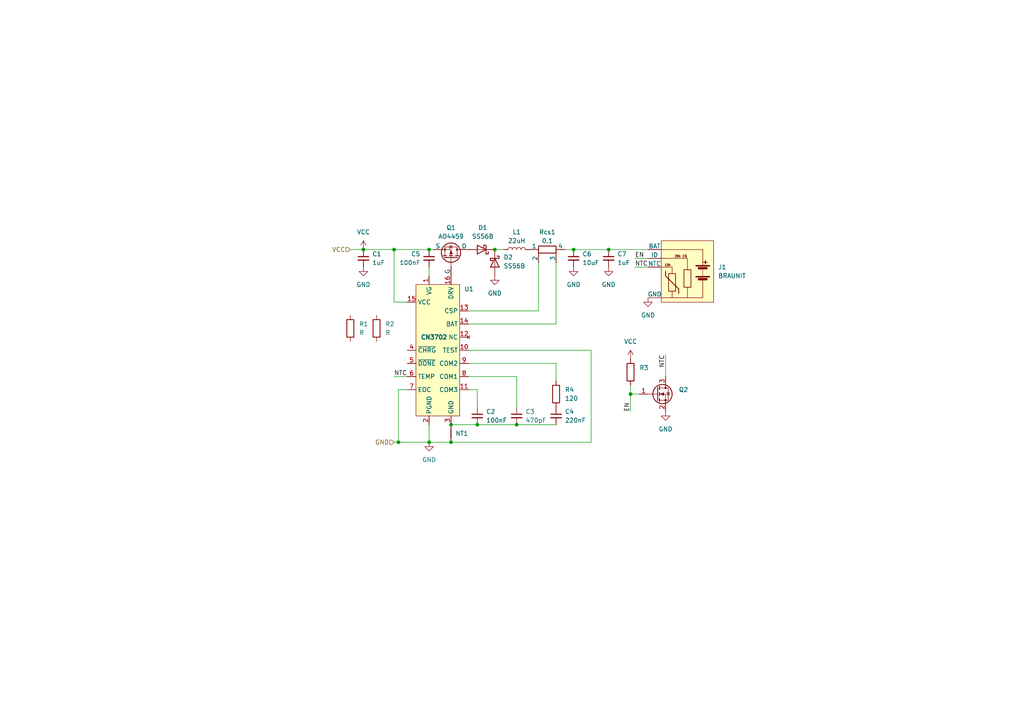
<source format=kicad_sch>
(kicad_sch (version 20211123) (generator eeschema)
  (paper "A4")
  (lib_symbols
    (symbol "BRAUNIT Charger:AO4459" (pin_numbers hide) (pin_names (offset 0))
      (property "Reference" "Q" (at 5.08 1.905 0))
      (property "Value" "AO4459" (at 5.08 0 0))
      (symbol "AO4459_0_1"
        (polyline (pts (xy 0.254 0) (xy -2.54 0)))
        (polyline (pts (xy 0.254 1.905) (xy 0.254 -1.905)) (stroke (width 0.254)))
        (polyline (pts (xy 0.762 -1.27) (xy 0.762 -2.286)) (stroke (width 0.254)))
        (polyline (pts (xy 0.762 0.508) (xy 0.762 -0.508)) (stroke (width 0.254)))
        (polyline (pts (xy 0.762 2.286) (xy 0.762 1.27)) (stroke (width 0.254)))
        (polyline (pts (xy 2.54 2.54) (xy 2.54 1.778)))
        (polyline (pts (xy 2.54 -2.54) (xy 2.54 0) (xy 0.762 0)))
        (polyline (pts (xy 0.762 1.778) (xy 3.302 1.778) (xy 3.302 -1.778) (xy 0.762 -1.778)))
        (polyline (pts (xy 2.286 0) (xy 1.27 0.381) (xy 1.27 -0.381) (xy 2.286 0)) (fill (type outline)))
        (polyline (pts (xy 2.794 -0.508) (xy 2.921 -0.381) (xy 3.683 -0.381) (xy 3.81 -0.254)))
        (polyline (pts (xy 3.302 -0.381) (xy 2.921 0.254) (xy 3.683 0.254) (xy 3.302 -0.381)))
        (circle (center 1.651 0) (radius 2.794) (stroke (width 0.254)))
        (circle (center 2.54 -1.778) (radius 0.254) (fill (type outline)))
        (circle (center 2.54 1.778) (radius 0.254) (fill (type outline)))
      )
      (symbol "AO4459_1_1"
        (pin passive line (at 2.54 -5.08 90) (length 2.54) (name "S") (number "1"))
        (pin passive line (at 2.54 -5.08 90) (length 2.54) hide (name "S") (number "2"))
        (pin passive line (at 2.54 -5.08 90) (length 2.54) hide (name "S") (number "3"))
        (pin input line (at -5.08 0 0) (length 2.54) (name "G") (number "4"))
        (pin passive line (at 2.54 5.08 270) (length 2.54) (name "D") (number "5"))
        (pin passive line (at 2.54 5.08 270) (length 2.54) hide (name "D") (number "6"))
        (pin passive line (at 2.54 5.08 270) (length 2.54) hide (name "D") (number "7"))
        (pin passive line (at 2.54 5.08 270) (length 2.54) hide (name "D") (number "8"))
      )
    )
    (symbol "BRAUNIT Charger:BRAUNIT" (pin_numbers hide) (pin_names (offset 0))
      (property "Reference" "J" (at 0 10.16 0))
      (property "Value" "BRAUNIT" (at 0 -10.16 0))
      (symbol "BRAUNIT_0_0"
        (text "10k" (at -5.715 1.905 0) (effects (font (size 0.635 0.635))))
        (text "20k 1%" (at -1.905 4.445 0) (effects (font (size 0.635 0.635))))
      )
      (symbol "BRAUNIT_0_1"
        (rectangle (start -7.62 8.89) (end 7.62 -8.89) (fill (type background)))
        (rectangle (start -5.461 -0.635) (end -3.429 -5.715) (stroke (width 0.2032)))
        (rectangle (start -1.016 0.508) (end 1.016 -4.572) (stroke (width 0.2032)))
        (polyline (pts (xy 4.445 -1.524) (xy 4.445 -1.27)))
        (polyline (pts (xy 4.445 -1.016) (xy 4.445 -0.762)))
        (polyline (pts (xy 4.445 -0.508) (xy 4.445 -0.254)))
        (polyline (pts (xy 4.445 0) (xy 4.445 0.254)))
        (polyline (pts (xy 4.445 0.508) (xy 4.445 0.762)))
        (polyline (pts (xy 4.445 1.778) (xy 4.445 2.54)))
        (polyline (pts (xy 4.699 2.667) (xy 5.715 2.667)) (stroke (width 0.254)))
        (polyline (pts (xy 5.207 3.175) (xy 5.207 2.159)) (stroke (width 0.254)))
        (polyline (pts (xy -7.62 -7.62) (xy -4.445 -7.62) (xy -4.445 -5.715)))
        (polyline (pts (xy -7.62 1.27) (xy -4.445 1.27) (xy -4.445 -0.635)))
        (polyline (pts (xy -7.62 3.81) (xy 0 3.81) (xy 0 0.635)))
        (polyline (pts (xy -7.62 6.35) (xy 4.445 6.35) (xy 4.445 2.54)))
        (polyline (pts (xy -4.445 -7.62) (xy 0 -7.62) (xy 0 -4.572)))
        (polyline (pts (xy 0 -7.62) (xy 4.445 -7.62) (xy 4.445 -2.54)))
        (polyline (pts (xy -6.35 0) (xy -6.35 -1.27) (xy -2.54 -5.08) (xy -2.54 -6.35) (xy -2.54 -6.35)) (stroke (width 0.254)))
        (rectangle (start 2.413 -1.397) (end 6.477 -1.651) (fill (type outline)))
        (rectangle (start 2.413 1.778) (end 6.477 1.524) (fill (type outline)))
        (rectangle (start 3.1242 -1.9812) (end 5.715 -2.4892) (fill (type outline)))
        (rectangle (start 3.1242 1.1938) (end 5.715 0.6858) (fill (type outline)))
      )
      (symbol "BRAUNIT_1_1"
        (pin passive line (at -11.43 6.35 0) (length 3.81) (name "BAT") (number "1"))
        (pin passive line (at -11.43 3.81 0) (length 3.81) (name "ID") (number "2"))
        (pin passive line (at -11.43 1.27 0) (length 3.81) (name "NTC") (number "3"))
        (pin passive line (at -11.43 -7.62 0) (length 3.81) (name "GND") (number "4"))
      )
    )
    (symbol "BRAUNIT Charger:CN3702"
      (property "Reference" "U" (at 6.35 20.32 0))
      (property "Value" "CN3702" (at -1.27 3.81 0))
      (symbol "CN3702_0_1"
        (rectangle (start -6.35 19.05) (end 6.35 -19.05) (fill (type background)))
      )
      (symbol "CN3702_1_1"
        (pin power_in line (at -2.54 21.59 270) (length 2.54) (name "VG") (number "1"))
        (pin power_in line (at 8.89 0 180) (length 2.54) (name "TEST") (number "10"))
        (pin passive line (at 8.89 -11.43 180) (length 2.54) (name "COM3") (number "11"))
        (pin no_connect line (at 8.89 3.81 180) (length 2.54) (name "NC") (number "12"))
        (pin input line (at 8.89 11.43 180) (length 2.54) (name "CSP") (number "13"))
        (pin input line (at 8.89 7.62 180) (length 2.54) (name "BAT") (number "14"))
        (pin power_in line (at -8.89 13.97 0) (length 2.54) (name "VCC") (number "15"))
        (pin output line (at 3.81 21.59 270) (length 2.54) (name "DRV") (number "16"))
        (pin power_in line (at -2.54 -21.59 90) (length 2.54) (name "PGND") (number "2"))
        (pin power_in line (at 3.81 -21.59 90) (length 2.54) (name "GND") (number "3"))
        (pin open_collector line (at -8.89 0 0) (length 2.54) (name "~{CHRG}") (number "4"))
        (pin open_collector line (at -8.89 -3.81 0) (length 2.54) (name "~{DONE}") (number "5"))
        (pin input line (at -8.89 -7.62 0) (length 2.54) (name "TEMP") (number "6"))
        (pin passive line (at -8.89 -11.43 0) (length 2.54) (name "EOC") (number "7"))
        (pin passive line (at 8.89 -7.62 180) (length 2.54) (name "COM1") (number "8"))
        (pin passive line (at 8.89 -3.81 180) (length 2.54) (name "COM2") (number "9"))
      )
    )
    (symbol "BRAUNIT Charger:SS56B" (pin_numbers hide) (pin_names hide)
      (property "Reference" "D" (at 0 2.54 0))
      (property "Value" "SS56B" (at 0 -2.54 0))
      (symbol "SS56B_0_1"
        (polyline (pts (xy 1.27 0) (xy -1.27 0)))
        (polyline (pts (xy 1.27 1.27) (xy 1.27 -1.27) (xy -1.27 0) (xy 1.27 1.27)) (stroke (width 0.254)))
        (polyline (pts (xy -1.905 0.635) (xy -1.905 1.27) (xy -1.27 1.27) (xy -1.27 -1.27) (xy -0.635 -1.27) (xy -0.635 -0.635)) (stroke (width 0.254)))
      )
      (symbol "SS56B_1_1"
        (pin passive line (at -3.81 0 0) (length 2.54) (name "K") (number "1"))
        (pin passive line (at 3.81 0 180) (length 2.54) (name "A") (number "2"))
      )
    )
    (symbol "Device:C_Small" (pin_numbers hide) (pin_names (offset 0.254) hide)
      (property "Reference" "C" (at 0.254 1.778 0))
      (property "Value" "C_Small" (at 0.254 -2.032 0))
      (symbol "C_Small_0_1"
        (polyline (pts (xy -1.524 -0.508) (xy 1.524 -0.508)) (stroke (width 0.3302)))
        (polyline (pts (xy -1.524 0.508) (xy 1.524 0.508)) (stroke (width 0.3048)))
      )
      (symbol "C_Small_1_1"
        (pin passive line (at 0 2.54 270) (length 2.032) (name "~") (number "1"))
        (pin passive line (at 0 -2.54 90) (length 2.032) (name "~") (number "2"))
      )
    )
    (symbol "Device:L" (pin_numbers hide) (pin_names (offset 1.016) hide)
      (property "Reference" "L" (at -1.27 0 90))
      (property "Value" "L" (at 1.905 0 90))
      (symbol "L_0_1"
        (arc (start 0 -2.54) (mid 0.635 -1.905) (end 0 -1.27))
        (arc (start 0 -1.27) (mid 0.635 -0.635) (end 0 0))
        (arc (start 0 0) (mid 0.635 0.635) (end 0 1.27))
        (arc (start 0 1.27) (mid 0.635 1.905) (end 0 2.54))
      )
      (symbol "L_1_1"
        (pin passive line (at 0 3.81 270) (length 1.27) (name "1") (number "1"))
        (pin passive line (at 0 -3.81 90) (length 1.27) (name "2") (number "2"))
      )
    )
    (symbol "Device:NetTie_2" (pin_numbers hide) (pin_names (offset 0) hide)
      (property "Reference" "NT" (at 0 1.27 0))
      (property "Value" "NetTie_2" (at 0 -1.27 0))
      (symbol "NetTie_2_0_1"
        (polyline (pts (xy -1.27 0) (xy 1.27 0)) (stroke (width 0.254)))
      )
      (symbol "NetTie_2_1_1"
        (pin passive line (at -2.54 0 0) (length 2.54) (name "1") (number "1"))
        (pin passive line (at 2.54 0 180) (length 2.54) (name "2") (number "2"))
      )
    )
    (symbol "Device:R" (pin_numbers hide) (pin_names (offset 0))
      (property "Reference" "R" (at 2.032 0 90))
      (property "Value" "R" (at 0 0 90))
      (symbol "R_0_1"
        (rectangle (start -1.016 -2.54) (end 1.016 2.54) (stroke (width 0.254)))
      )
      (symbol "R_1_1"
        (pin passive line (at 0 3.81 270) (length 1.27) (name "~") (number "1"))
        (pin passive line (at 0 -3.81 90) (length 1.27) (name "~") (number "2"))
      )
    )
    (symbol "Device:R_Shunt" (pin_numbers hide) (pin_names (offset 0))
      (property "Reference" "R" (at -4.445 0 90))
      (property "Value" "R_Shunt" (at -2.54 0 90))
      (symbol "R_Shunt_0_1"
        (rectangle (start -1.016 -2.54) (end 1.016 2.54) (stroke (width 0.254)))
        (polyline (pts (xy 0 -2.54) (xy 1.27 -2.54)))
        (polyline (pts (xy 1.27 2.54) (xy 0 2.54)))
      )
      (symbol "R_Shunt_1_1"
        (pin passive line (at 0 5.08 270) (length 2.54) (name "1") (number "1"))
        (pin passive line (at 3.81 2.54 180) (length 2.54) (name "2") (number "2"))
        (pin passive line (at 3.81 -2.54 180) (length 2.54) (name "3") (number "3"))
        (pin passive line (at 0 -5.08 90) (length 2.54) (name "4") (number "4"))
      )
    )
    (symbol "Transistor_FET:2N7002" (pin_names hide)
      (property "Reference" "Q" (at 5.08 1.905 0))
      (property "Value" "2N7002" (at 5.08 0 0))
      (symbol "2N7002_0_1"
        (polyline (pts (xy 0.254 0) (xy -2.54 0)))
        (polyline (pts (xy 0.254 1.905) (xy 0.254 -1.905)) (stroke (width 0.254)))
        (polyline (pts (xy 0.762 -1.27) (xy 0.762 -2.286)) (stroke (width 0.254)))
        (polyline (pts (xy 0.762 0.508) (xy 0.762 -0.508)) (stroke (width 0.254)))
        (polyline (pts (xy 0.762 2.286) (xy 0.762 1.27)) (stroke (width 0.254)))
        (polyline (pts (xy 2.54 2.54) (xy 2.54 1.778)))
        (polyline (pts (xy 2.54 -2.54) (xy 2.54 0) (xy 0.762 0)))
        (polyline (pts (xy 0.762 -1.778) (xy 3.302 -1.778) (xy 3.302 1.778) (xy 0.762 1.778)))
        (polyline (pts (xy 1.016 0) (xy 2.032 0.381) (xy 2.032 -0.381) (xy 1.016 0)) (fill (type outline)))
        (polyline (pts (xy 2.794 0.508) (xy 2.921 0.381) (xy 3.683 0.381) (xy 3.81 0.254)))
        (polyline (pts (xy 3.302 0.381) (xy 2.921 -0.254) (xy 3.683 -0.254) (xy 3.302 0.381)))
        (circle (center 1.651 0) (radius 2.794) (stroke (width 0.254)))
        (circle (center 2.54 -1.778) (radius 0.254) (fill (type outline)))
        (circle (center 2.54 1.778) (radius 0.254) (fill (type outline)))
      )
      (symbol "2N7002_1_1"
        (pin input line (at -5.08 0 0) (length 2.54) (name "G") (number "1"))
        (pin passive line (at 2.54 -5.08 90) (length 2.54) (name "S") (number "2"))
        (pin passive line (at 2.54 5.08 270) (length 2.54) (name "D") (number "3"))
      )
    )
    (symbol "power:GND" (power) (pin_names (offset 0))
      (property "Value" "GND" (at 0 -3.81 0))
      (symbol "GND_0_1"
        (polyline (pts (xy 0 0) (xy 0 -1.27) (xy 1.27 -1.27) (xy 0 -2.54) (xy -1.27 -1.27) (xy 0 -1.27)))
      )
      (symbol "GND_1_1"
        (pin power_in line (at 0 0 270) (length 0) hide (name "GND") (number "1"))
      )
    )
    (symbol "power:VCC" (power) (pin_names (offset 0))
      (property "Value" "VCC" (at 0 3.81 0))
      (symbol "VCC_0_1"
        (polyline (pts (xy -0.762 1.27) (xy 0 2.54)))
        (polyline (pts (xy 0 0) (xy 0 2.54)))
        (polyline (pts (xy 0 2.54) (xy 0.762 1.27)))
      )
      (symbol "VCC_1_1"
        (pin power_in line (at 0 0 90) (length 0) hide (name "VCC") (number "1"))
      )
    )
  )
  (junction (at 124.46 72.39))
  (junction (at 138.43 123.19))
  (junction (at 130.81 128.27))
  (junction (at 124.46 128.27))
  (junction (at 176.53 72.39))
  (junction (at 114.3 72.39))
  (junction (at 105.41 72.39))
  (junction (at 115.57 128.27))
  (junction (at 130.81 123.19))
  (junction (at 149.86 123.19))
  (junction (at 182.88 114.3))
  (junction (at 166.37 72.39))
  (junction (at 143.51 72.39))
  (wire (pts (xy 176.53 72.39) (xy 187.96 72.39)))
  (wire (pts (xy 161.29 105.41) (xy 161.29 110.49)))
  (wire (pts (xy 115.57 128.27) (xy 124.46 128.27)))
  (wire (pts (xy 182.88 111.76) (xy 182.88 114.3)))
  (wire (pts (xy 124.46 128.27) (xy 124.46 123.19)))
  (wire (pts (xy 118.11 113.03) (xy 115.57 113.03)))
  (wire (pts (xy 114.3 128.27) (xy 115.57 128.27)))
  (wire (pts (xy 124.46 72.39) (xy 125.73 72.39)))
  (wire (pts (xy 138.43 123.19) (xy 149.86 123.19)))
  (wire (pts (xy 114.3 109.22) (xy 118.11 109.22)))
  (wire (pts (xy 182.88 114.3) (xy 185.42 114.3)))
  (wire (pts (xy 156.21 90.17) (xy 156.21 76.2)))
  (wire (pts (xy 124.46 77.47) (xy 124.46 80.01)))
  (wire (pts (xy 135.89 105.41) (xy 161.29 105.41)))
  (wire (pts (xy 193.04 102.87) (xy 193.04 109.22)))
  (wire (pts (xy 135.89 90.17) (xy 156.21 90.17)))
  (wire (pts (xy 130.81 123.19) (xy 138.43 123.19)))
  (wire (pts (xy 166.37 72.39) (xy 176.53 72.39)))
  (wire (pts (xy 105.41 72.39) (xy 114.3 72.39)))
  (wire (pts (xy 115.57 113.03) (xy 115.57 128.27)))
  (wire (pts (xy 161.29 93.98) (xy 161.29 76.2)))
  (wire (pts (xy 130.81 128.27) (xy 124.46 128.27)))
  (wire (pts (xy 149.86 123.19) (xy 161.29 123.19)))
  (wire (pts (xy 184.15 74.93) (xy 187.96 74.93)))
  (wire (pts (xy 163.83 72.39) (xy 166.37 72.39)))
  (wire (pts (xy 135.89 109.22) (xy 149.86 109.22)))
  (wire (pts (xy 101.6 72.39) (xy 105.41 72.39)))
  (wire (pts (xy 135.89 113.03) (xy 138.43 113.03)))
  (wire (pts (xy 182.88 114.3) (xy 182.88 119.38)))
  (wire (pts (xy 171.45 128.27) (xy 130.81 128.27)))
  (wire (pts (xy 135.89 101.6) (xy 171.45 101.6)))
  (wire (pts (xy 143.51 72.39) (xy 146.05 72.39)))
  (wire (pts (xy 138.43 113.03) (xy 138.43 118.11)))
  (wire (pts (xy 184.15 77.47) (xy 187.96 77.47)))
  (wire (pts (xy 171.45 101.6) (xy 171.45 128.27)))
  (wire (pts (xy 114.3 87.63) (xy 118.11 87.63)))
  (wire (pts (xy 114.3 72.39) (xy 124.46 72.39)))
  (wire (pts (xy 114.3 72.39) (xy 114.3 87.63)))
  (wire (pts (xy 135.89 93.98) (xy 161.29 93.98)))
  (wire (pts (xy 149.86 109.22) (xy 149.86 118.11)))
  (label "EN" (at 184.15 74.93 0))
  (label "NTC" (at 114.3 109.22 0))
  (label "NTC" (at 184.15 77.47 0))
  (label "NTC" (at 193.04 102.87 270))
  (label "EN" (at 182.88 119.38 90))
  (hierarchical_label "GND" (shape input) (at 114.3 128.27 180))
  (hierarchical_label "VCC" (shape input) (at 101.6 72.39 180))
  (symbol (lib_id "Device:R_Shunt") (at 158.75 72.39 90) (mirror x) (unit 1)
    (property "Reference" "Rcs1" (at 158.75 67.31 90))
    (property "Value" "0.1" (at 158.75 69.85 90))
    (property "Footprint" "BRAUNIT Charger:R_Shunt_2010_5025Metric" (effects hide))
  )
  (symbol (lib_id "Device:R") (at 182.88 107.95 0) (unit 1)
    (property "Reference" "R3" (at 185.42 106.6799 0) (effects (justify left)))
  )
  (symbol (lib_id "power:GND") (at 193.04 119.38 0) (unit 1)
    (property "Reference" "#PWR?" (effects hide))
  )
  (symbol (lib_id "power:GND") (at 187.96 86.36 0) (unit 1)
    (property "Reference" "#PWR?" (effects hide))
    (property "Value" "GND" (at 187.96 91.44 0))
  )
  (symbol (lib_id "Device:R") (at 109.22 95.25 0) (unit 1)
    (property "Reference" "R2" (at 111.76 93.9799 0) (effects (justify left)))
    (property "Value" "R" (at 111.76 96.5199 0) (effects (justify left)))
  )
  (symbol (lib_id "BRAUNIT Charger:SS56B") (at 139.7 72.39 180) (unit 1)
    (property "Reference" "D1" (at 140.0175 66.04 0))
    (property "Value" "SS56B" (at 140.0175 68.58 0))
    (property "Footprint" "Diode_SMD:D_SMB" (effects hide))
    (property "Datasheet" "https://datasheet.lcsc.com/lcsc/1912111437_Shandong-Jingdao-Microelectronics-SS56B_C382814.pdf" (effects hide))
  )
  (symbol (lib_id "Device:R") (at 101.6 95.25 0) (unit 1)
    (property "Reference" "R1" (at 104.14 93.9799 0) (effects (justify left)))
    (property "Value" "R" (at 104.14 96.5199 0) (effects (justify left)))
  )
  (symbol (lib_id "Device:C_Small") (at 124.46 74.93 0) (unit 1)
    (property "Reference" "C5" (at 121.92 73.66 0) (effects (justify right)))
    (property "Value" "100nF" (at 121.92 76.2 0) (effects (justify right)))
    (property "Footprint" "Capacitor_SMD:C_0805_2012Metric" (effects hide))
  )
  (symbol (lib_id "Device:C_Small") (at 176.53 74.93 0) (unit 1)
    (property "Reference" "C7" (at 179.07 73.6662 0) (effects (justify left)))
    (property "Value" "1uF" (at 179.07 76.2062 0) (effects (justify left)))
    (property "Footprint" "Capacitor_SMD:C_0805_2012Metric" (effects hide))
  )
  (symbol (lib_id "Device:NetTie_2") (at 130.81 125.73 270) (unit 1)
    (property "Reference" "NT1" (at 132.08 125.73 90) (effects (justify left)))
    (property "Value" "NetTie_2" (effects hide))
    (property "Footprint" "NetTie:NetTie-2_SMD_Pad0.5mm" (effects hide))
  )
  (symbol (lib_id "Device:R") (at 161.29 114.3 0) (unit 1)
    (property "Reference" "R4" (at 163.83 113.0299 0) (effects (justify left)))
    (property "Value" "120" (at 163.83 115.5699 0) (effects (justify left)))
    (property "Footprint" "Resistor_SMD:R_0805_2012Metric" (effects hide))
  )
  (symbol (lib_id "power:GND") (at 124.46 128.27 0) (unit 1)
    (property "Reference" "#PWR0104" (effects hide))
    (property "Value" "GND" (at 124.46 133.35 0))
  )
  (symbol (lib_id "BRAUNIT Charger:CN3702") (at 127 101.6 0) (unit 1)
    (property "Reference" "U1" (at 134.62 83.82 0) (effects (justify left)))
    (property "Value" "CN3702" (at 121.92 97.79 0) (effects (font bold) (justify left)))
    (property "Footprint" "Package_SO:TSSOP-16_4.4x5mm_P0.65mm" (effects hide))
    (property "Datasheet" "https://datasheet.octopart.com/CN3702-Consonance-datasheet-10742504.pdf" (effects hide))
  )
  (symbol (lib_id "Transistor_FET:2N7002") (at 190.5 114.3 0) (unit 1)
    (property "Reference" "Q2" (at 196.85 113.0299 0) (effects (justify left)))
    (property "Datasheet" "https://www.onsemi.com/pub/Collateral/NDS7002A-D.PDF" (effects hide))
  )
  (symbol (lib_id "Device:C_Small") (at 138.43 120.65 0) (unit 1)
    (property "Reference" "C2" (at 140.97 119.3862 0) (effects (justify left)))
    (property "Value" "100nF" (at 140.97 121.9262 0) (effects (justify left)))
    (property "Footprint" "Capacitor_SMD:C_0805_2012Metric" (effects hide))
  )
  (symbol (lib_id "BRAUNIT Charger:AO4459") (at 130.81 74.93 270) (mirror x) (unit 1)
    (property "Reference" "Q1" (at 130.81 66.04 90))
    (property "Value" "AO4459" (at 130.81 68.58 90))
    (property "Footprint" "Package_SO:SOIC-8_3.9x4.9mm_P1.27mm" (effects hide))
    (property "Datasheet" "http://www.aosmd.com/res/data_sheets/AO4459.pdf" (effects hide))
  )
  (symbol (lib_id "power:GND") (at 105.41 77.47 0) (unit 1)
    (property "Reference" "#PWR0103" (effects hide))
    (property "Value" "GND" (at 105.41 82.55 0))
  )
  (symbol (lib_id "power:GND") (at 143.51 80.01 0) (unit 1)
    (property "Reference" "#PWR0101" (effects hide))
    (property "Value" "GND" (at 143.51 85.09 0))
  )
  (symbol (lib_id "Device:C_Small") (at 105.41 74.93 0) (unit 1)
    (property "Reference" "C1" (at 107.95 73.6662 0) (effects (justify left)))
    (property "Value" "1uF" (at 107.95 76.2062 0) (effects (justify left)))
    (property "Footprint" "Capacitor_SMD:C_0805_2012Metric" (effects hide))
  )
  (symbol (lib_id "BRAUNIT Charger:SS56B") (at 143.51 76.2 270) (unit 1)
    (property "Reference" "D2" (at 146.05 74.6124 90) (effects (justify left)))
    (property "Value" "SS56B" (at 146.05 77.1524 90) (effects (justify left)))
    (property "Footprint" "Diode_SMD:D_SMB" (effects hide))
    (property "Datasheet" "https://datasheet.lcsc.com/lcsc/1912111437_Shandong-Jingdao-Microelectronics-SS56B_C382814.pdf" (effects hide))
  )
  (symbol (lib_id "power:VCC") (at 182.88 104.14 0) (unit 1)
    (property "Reference" "#PWR?" (effects hide))
  )
  (symbol (lib_id "Device:C_Small") (at 166.37 74.93 0) (unit 1)
    (property "Reference" "C6" (at 168.91 73.6662 0) (effects (justify left)))
    (property "Value" "10uF" (at 168.91 76.2062 0) (effects (justify left)))
    (property "Footprint" "Capacitor_SMD:C_1206_3216Metric" (effects hide))
  )
  (symbol (lib_id "power:GND") (at 176.53 77.47 0) (unit 1)
    (property "Reference" "#PWR0106" (effects hide))
    (property "Value" "GND" (at 176.53 82.55 0))
  )
  (symbol (lib_id "BRAUNIT Charger:BRAUNIT") (at 199.39 78.74 0) (unit 1)
    (property "Reference" "J1" (at 208.28 77.4699 0) (effects (justify left)))
    (property "Value" "BRAUNIT" (at 208.28 80.0099 0) (effects (justify left)))
    (property "Footprint" "BRAUNIT Charger:Blade_1x04_P2.5mm_Vertical_BRAUNIT_Loose" (effects hide))
  )
  (symbol (lib_id "Device:L") (at 149.86 72.39 90) (unit 1)
    (property "Reference" "L1" (at 149.86 67.31 90))
    (property "Value" "22uH" (at 149.86 69.85 90))
    (property "Footprint" "Inductor_SMD:L_10.4x10.4_H4.8" (effects hide))
    (property "Datasheet" "https://datasheet.lcsc.com/lcsc/1808280138_Sunltech-Tech-SLO1040H220MTT_C182173.pdf" (effects hide))
  )
  (symbol (lib_id "power:GND") (at 166.37 77.47 0) (unit 1)
    (property "Reference" "#PWR0105" (effects hide))
    (property "Value" "GND" (at 166.37 82.55 0))
  )
  (symbol (lib_id "Device:C_Small") (at 161.29 120.65 0) (unit 1)
    (property "Reference" "C4" (at 163.83 119.3862 0) (effects (justify left)))
    (property "Value" "220nF" (at 163.83 121.9262 0) (effects (justify left)))
    (property "Footprint" "Capacitor_SMD:C_0805_2012Metric" (effects hide))
  )
  (symbol (lib_id "power:VCC") (at 105.41 72.39 0) (unit 1)
    (property "Reference" "#PWR?" (effects hide))
  )
  (symbol (lib_id "Device:C_Small") (at 149.86 120.65 0) (unit 1)
    (property "Reference" "C3" (at 152.4 119.3862 0) (effects (justify left)))
    (property "Value" "470pF" (at 152.4 121.9262 0) (effects (justify left)))
    (property "Footprint" "Capacitor_SMD:C_0805_2012Metric" (effects hide))
  )
)
</source>
